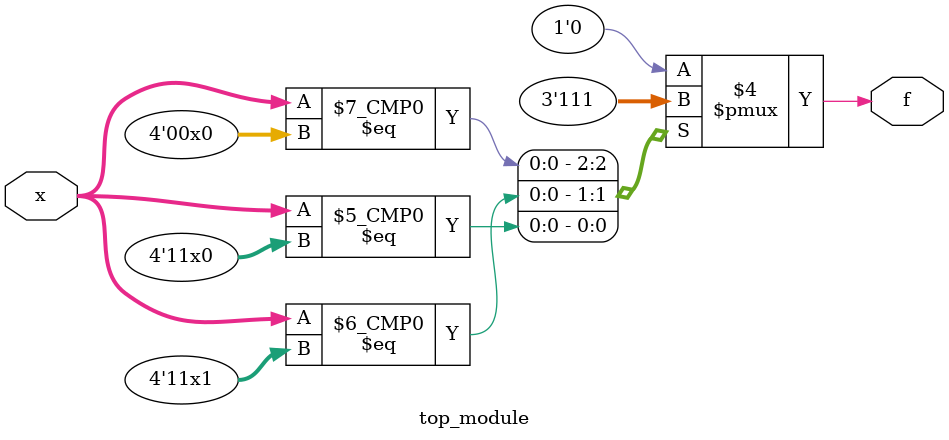
<source format=sv>
module top_module (
    input [4:1] x,
    output logic f
);

// Define the truth table for the function f
always_comb begin
    case (x)
        4'b00x0 : f = 1;    // x[3]=0, x[4]=don't care
        4'b01xx : f = 0;    // x[3]=1, x[4]=don't care
        4'b10x1 : f = 0;    // x[3]=don't care, x[4]=1
        4'b11x1 : f = 1;    // x[3]=don't care, x[4]=1
        4'b11x0 : f = 1;    // x[3]=don't care, x[4]=0
        4'b1xxx : f = 0;    // x[3]=don't care, x[4]=don't care
        default : f = 0;    // All other cases
    endcase
end

endmodule

</source>
